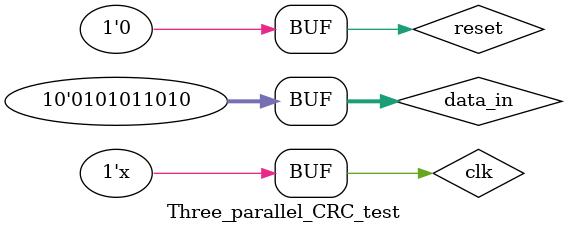
<source format=v>
`timescale 1ns / 1ps


module Three_parallel_CRC_test;

	// Inputs
	reg clk;
	reg reset;
	reg [9:0] data_in;

	// Outputs
	wire [8:0] data_out;

	// Instantiate the Unit Under Test (UUT)
	Three_parallel_CRC uut (
		.clk(clk), 
		.reset(reset), 
		.data_in(data_in), 
		.data_out(data_out)
	);

	initial begin
		
		clk = 0;
		reset = 1;
		//data_in = 10'b1100000011;
		data_in = 9'b101011010;
		//data_in = 10'b1011001011;
		#1
		reset = 0;
	
	

	end
      
		always #1 clk = ~clk;
      
endmodule


</source>
